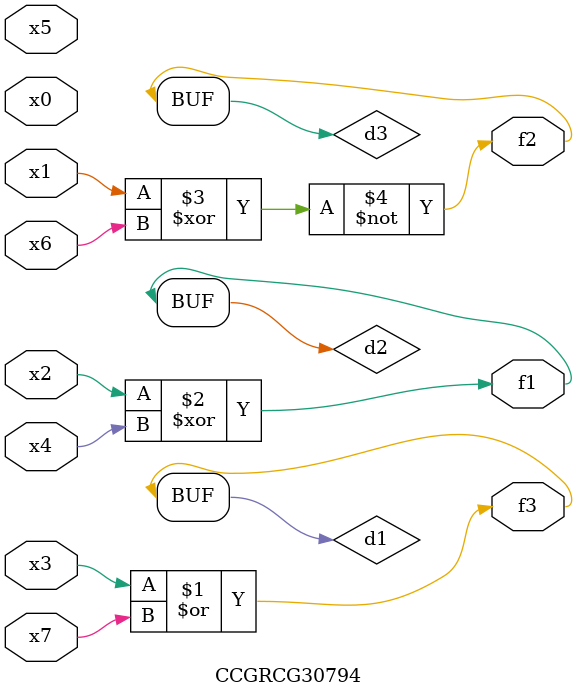
<source format=v>
module CCGRCG30794(
	input x0, x1, x2, x3, x4, x5, x6, x7,
	output f1, f2, f3
);

	wire d1, d2, d3;

	or (d1, x3, x7);
	xor (d2, x2, x4);
	xnor (d3, x1, x6);
	assign f1 = d2;
	assign f2 = d3;
	assign f3 = d1;
endmodule

</source>
